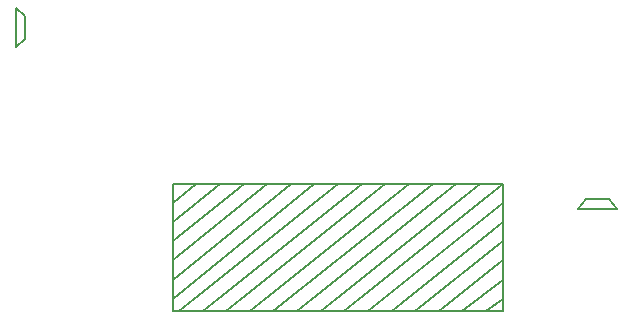
<source format=gbr>
G04 #@! TF.GenerationSoftware,KiCad,Pcbnew,(7.0.0)*
G04 #@! TF.CreationDate,2023-08-14T16:39:54+01:00*
G04 #@! TF.ProjectId,DevKit2022-Kicad7,4465764b-6974-4323-9032-322d4b696361,v1.0*
G04 #@! TF.SameCoordinates,Original*
G04 #@! TF.FileFunction,OtherDrawing,Comment*
%FSLAX46Y46*%
G04 Gerber Fmt 4.6, Leading zero omitted, Abs format (unit mm)*
G04 Created by KiCad (PCBNEW (7.0.0)) date 2023-08-14 16:39:54*
%MOMM*%
%LPD*%
G01*
G04 APERTURE LIST*
%ADD10C,0.150000*%
G04 APERTURE END LIST*
D10*
X191166000Y-128668000D02*
X191166000Y-139448000D01*
X189691000Y-139448000D02*
X191166000Y-138358000D01*
X187691000Y-139448000D02*
X191166000Y-136743000D01*
X185691000Y-139448000D02*
X191166000Y-135128000D01*
X185166000Y-128668000D02*
X171691000Y-139448000D01*
X183691000Y-139448000D02*
X191166000Y-133513000D01*
X181691000Y-139448000D02*
X191166000Y-131898000D01*
X179691000Y-139448000D02*
X191166000Y-130283000D01*
X177691000Y-139448000D02*
X191166000Y-128668000D01*
X175691000Y-139448000D02*
X189166000Y-128668000D01*
X173691000Y-139448000D02*
X187166000Y-128668000D01*
X169691000Y-139448000D02*
X183166000Y-128668000D01*
X167691000Y-139448000D02*
X181166000Y-128668000D01*
X165691000Y-139448000D02*
X179166000Y-128668000D01*
X163691000Y-139448000D02*
X177166000Y-128668000D01*
X163166000Y-139448000D02*
X191166000Y-139448000D01*
X163166000Y-138358000D02*
X175166000Y-128668000D01*
X163166000Y-136743000D02*
X173166000Y-128668000D01*
X163166000Y-135128000D02*
X171166000Y-128668000D01*
X163166000Y-133513000D02*
X169166000Y-128668000D01*
X163166000Y-131898000D02*
X167166000Y-128668000D01*
X163166000Y-130283000D02*
X165166000Y-128668000D01*
X163166000Y-128668000D02*
X191166000Y-128668000D01*
X163166000Y-128668000D02*
X163166000Y-139448000D01*
X149893000Y-117046000D02*
X150693000Y-116396000D01*
X150693000Y-116396000D02*
X150693000Y-114396000D01*
X150693000Y-114396000D02*
X149893000Y-113746000D01*
X149893000Y-113746000D02*
X149893000Y-117046000D01*
X200787000Y-130731000D02*
X200137000Y-129931000D01*
X200137000Y-129931000D02*
X198137000Y-129931000D01*
X198137000Y-129931000D02*
X197487000Y-130731000D01*
X197487000Y-130731000D02*
X200787000Y-130731000D01*
M02*

</source>
